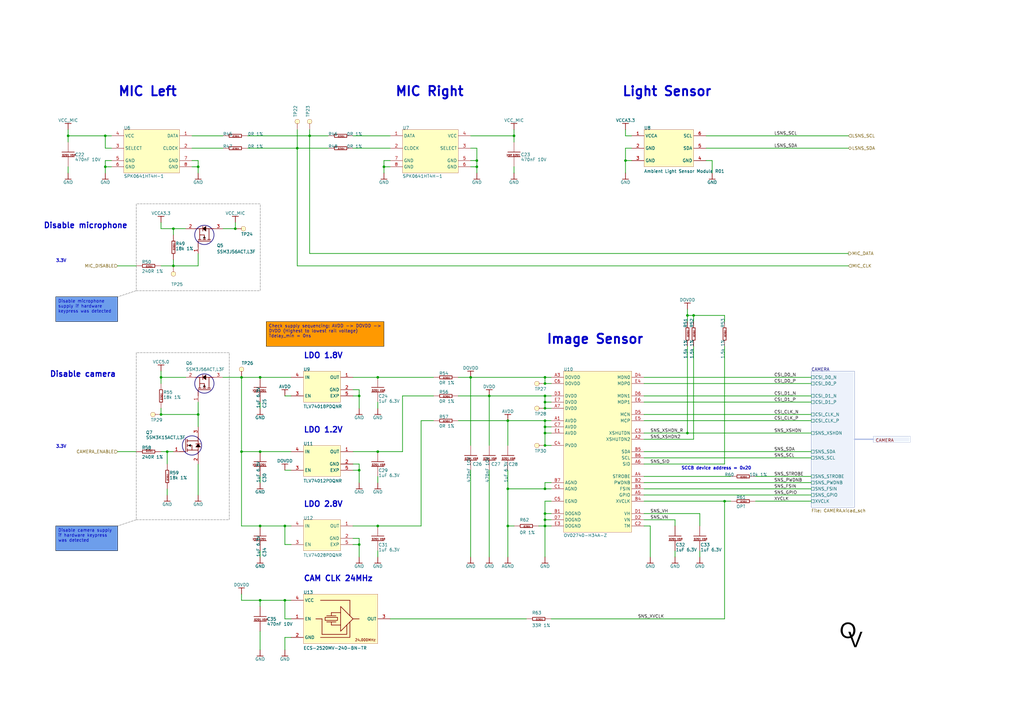
<source format=kicad_sch>
(kicad_sch (version 20231120) (generator "eeschema") (generator_version "8.0")
  (paper "A3")
  (title_block (title "02 Sensors") (date "2024-03-14") (rev "R02") (company "OV Tech GmbH"))
  (junction (at 284.48 129.3622))
  (junction (at 116.84 215.7222))
  (junction (at 223.52 182.7022))
  (junction (at 223.52 177.6222))
  (junction (at 223.52 215.7222))
  (junction (at 106.68 154.7622))
  (junction (at 106.68 215.7222))
  (junction (at 297.18 205.5622))
  (junction (at 27.94 55.7022))
  (junction (at 99.06 154.7622))
  (junction (at 157.48 68.4022))
  (junction (at 43.18 68.4022))
  (junction (at 96.52 93.8022))
  (junction (at 223.52 172.5422))
  (junction (at 193.04 154.7622))
  (junction (at 81.28 170.0022))
  (junction (at 208.28 215.7222))
  (junction (at 66.04 154.7622))
  (junction (at 208.28 172.5422))
  (junction (at 66.04 170.0022))
  (junction (at 223.52 200.4822))
  (junction (at 43.18 55.7022))
  (junction (at 154.94 185.2422))
  (junction (at 223.52 157.3022))
  (junction (at 281.94 129.3622))
  (junction (at 106.68 246.2022))
  (junction (at 99.06 185.2422))
  (junction (at 71.12 93.8022))
  (junction (at 223.52 210.6422))
  (junction (at 116.84 246.2022))
  (junction (at 223.52 213.1822))
  (junction (at 195.58 65.8622))
  (junction (at 200.66 162.3822))
  (junction (at 223.52 154.7622))
  (junction (at 281.94 177.6222))
  (junction (at 127 55.7022))
  (junction (at 121.92 60.7822))
  (junction (at 208.28 200.4822))
  (junction (at 195.58 68.4022))
  (junction (at 223.52 167.4622))
  (junction (at 71.12 109.0422))
  (junction (at 147.32 162.3822))
  (junction (at 223.52 175.0822))
  (junction (at 147.32 223.3422))
  (junction (at 223.52 164.9222))
  (junction (at 154.94 215.7222))
  (junction (at 147.32 192.8622))
  (junction (at 106.68 185.2422))
  (junction (at 81.28 68.4022))
  (junction (at 210.82 55.7022))
  (junction (at 256.54 65.8622))
  (junction (at 223.52 162.3822))
  (junction (at 68.58 185.2422))
  (junction (at 154.94 154.7622))
  (wire (pts (xy 81.28 170.0022) (xy 66.04 170.0022)) (stroke (width 0.254)))
  (wire (pts (xy 106.68 185.2422) (xy 99.06 185.2422)) (stroke (width 0.254)))
  (wire (pts (xy 144.78 159.8422) (xy 147.32 159.8422)) (stroke (width 0.254)))
  (wire (pts (xy 106.68 248.7422) (xy 106.68 246.2022)) (stroke (width 0.254)))
  (wire (pts (xy 154.94 167.4622) (xy 154.94 164.9222)) (stroke (width 0.254)))
  (wire (pts (xy 27.94 55.7022) (xy 43.18 55.7022)) (stroke (width 0.254)))
  (wire (pts (xy 281.94 129.3622) (xy 284.48 129.3622)) (stroke (width 0.254)))
  (wire (pts (xy 48.26 185.2422) (xy 55.88 185.2422)) (stroke (width 0.254)))
  (wire (pts (xy 226.06 182.7022) (xy 223.52 182.7022)) (stroke (width 0.254)))
  (polyline (pts (xy 55.88 83.6422) (xy 55.88 119.2022)) (stroke (width 0.0254) (type dash) (color 0 0 0 1)))
  (wire (pts (xy 147.32 190.3222) (xy 147.32 192.8622)) (stroke (width 0.254)))
  (wire (pts (xy 226.06 157.3022) (xy 223.52 157.3022)) (stroke (width 0.254)))
  (wire (pts (xy 101.6 60.7822) (xy 121.92 60.7822)) (stroke (width 0.254)))
  (wire (pts (xy 297.18 129.3622) (xy 297.18 131.9022)) (stroke (width 0.254)))
  (wire (pts (xy 256.54 65.8622) (xy 259.08 65.8622)) (stroke (width 0.254)))
  (wire (pts (xy 193.04 68.4022) (xy 195.58 68.4022)) (stroke (width 0.254)))
  (wire (pts (xy 223.52 154.7622) (xy 193.04 154.7622)) (stroke (width 0.254)))
  (wire (pts (xy 144.78 220.8022) (xy 147.32 220.8022)) (stroke (width 0.254)))
  (wire (pts (xy 127 55.7022) (xy 127 103.9622)) (stroke (width 0.254)))
  (wire (pts (xy 223.52 167.4622) (xy 223.52 164.9222)) (stroke (width 0.254)))
  (wire (pts (xy 187.96 162.3822) (xy 200.66 162.3822)) (stroke (width 0.254)))
  (wire (pts (xy 309.88 205.5622) (xy 332.74 205.5622)) (stroke (width 0.254)))
  (wire (pts (xy 66.04 170.0022) (xy 66.04 167.4622)) (stroke (width 0.254)))
  (wire (pts (xy 116.84 253.8222) (xy 116.84 246.2022)) (stroke (width 0.254)))
  (wire (pts (xy 99.06 215.7222) (xy 99.06 185.2422)) (stroke (width 0.254)))
  (wire (pts (xy 144.78 154.7622) (xy 154.94 154.7622)) (stroke (width 0.254)))
  (wire (pts (xy 27.94 58.2422) (xy 27.94 55.7022)) (stroke (width 0.254)))
  (wire (pts (xy 127 53.1622) (xy 127 55.7022)) (stroke (width 0.254)))
  (wire (pts (xy 264.16 157.3022) (xy 332.74 157.3022)) (stroke (width 0.254)))
  (wire (pts (xy 172.72 215.7222) (xy 172.72 172.5422)) (stroke (width 0.254)))
  (wire (pts (xy 264.16 162.3822) (xy 332.74 162.3822)) (stroke (width 0.254)))
  (wire (pts (xy 284.48 131.9022) (xy 284.48 129.3622)) (stroke (width 0.254)))
  (wire (pts (xy 223.52 172.5422) (xy 226.06 172.5422)) (stroke (width 0.254)))
  (wire (pts (xy 43.18 55.7022) (xy 45.72 55.7022)) (stroke (width 0.254)))
  (wire (pts (xy 208.28 192.8622) (xy 208.28 200.4822)) (stroke (width 0.254)))
  (wire (pts (xy 223.52 205.5622) (xy 226.06 205.5622)) (stroke (width 0.254)))
  (wire (pts (xy 99.06 185.2422) (xy 99.06 154.7622)) (stroke (width 0.254)))
  (wire (pts (xy 264.16 187.7822) (xy 332.74 187.7822)) (stroke (width 0.254)))
  (wire (pts (xy 106.68 258.9022) (xy 106.68 266.5222)) (stroke (width 0.254)))
  (wire (pts (xy 43.18 60.7822) (xy 43.18 55.7022)) (stroke (width 0.254)))
  (wire (pts (xy 281.94 131.9022) (xy 281.94 129.3622)) (stroke (width 0.254)))
  (wire (pts (xy 264.16 180.1622) (xy 284.48 180.1622)) (stroke (width 0.254)))
  (wire (pts (xy 154.94 154.7622) (xy 177.8 154.7622)) (stroke (width 0.254)))
  (wire (pts (xy 27.94 55.7022) (xy 27.94 53.1622)) (stroke (width 0.254)))
  (wire (pts (xy 116.84 246.2022) (xy 106.68 246.2022)) (stroke (width 0.254)))
  (wire (pts (xy 266.7 215.7222) (xy 264.16 215.7222)) (stroke (width 0.254)))
  (polyline (pts (xy 93.98 144.6022) (xy 55.88 144.6022)) (stroke (width 0.0254) (type dash) (color 0 0 0 1)))
  (wire (pts (xy 144.78 162.3822) (xy 147.32 162.3822)) (stroke (width 0.254)))
  (wire (pts (xy 127 55.7022) (xy 134.62 55.7022)) (stroke (width 0.254)))
  (wire (pts (xy 66.04 185.2422) (xy 68.58 185.2422)) (stroke (width 0.254)))
  (polyline (pts (xy 350.52 180.1622) (xy 358.14 180.1622)) (stroke (width 0.508) (type solid) (color 173 188 231 1)))
  (wire (pts (xy 256.54 70.9422) (xy 256.54 65.8622)) (stroke (width 0.254)))
  (wire (pts (xy 106.68 197.9422) (xy 106.68 195.4022)) (stroke (width 0.254)))
  (wire (pts (xy 200.66 192.8622) (xy 200.66 228.4222)) (stroke (width 0.254)))
  (wire (pts (xy 281.94 177.6222) (xy 332.74 177.6222)) (stroke (width 0.254)))
  (wire (pts (xy 144.78 60.7822) (xy 160.02 60.7822)) (stroke (width 0.254)))
  (wire (pts (xy 160.02 253.8222) (xy 215.9 253.8222)) (stroke (width 0.254)))
  (wire (pts (xy 165.1 185.2422) (xy 165.1 162.3822)) (stroke (width 0.254)))
  (wire (pts (xy 147.32 162.3822) (xy 147.32 167.4622)) (stroke (width 0.254)))
  (wire (pts (xy 297.18 253.8222) (xy 297.18 205.5622)) (stroke (width 0.254)))
  (wire (pts (xy 172.72 172.5422) (xy 177.8 172.5422)) (stroke (width 0.254)))
  (wire (pts (xy 119.38 261.4422) (xy 116.84 261.4422)) (stroke (width 0.254)))
  (wire (pts (xy 297.18 190.3222) (xy 297.18 142.0622)) (stroke (width 0.254)))
  (wire (pts (xy 223.52 175.0822) (xy 223.52 172.5422)) (stroke (width 0.254)))
  (wire (pts (xy 144.78 185.2422) (xy 154.94 185.2422)) (stroke (width 0.254)))
  (wire (pts (xy 208.28 172.5422) (xy 223.52 172.5422)) (stroke (width 0.254)))
  (wire (pts (xy 223.52 215.7222) (xy 223.52 228.4222)) (stroke (width 0.254)))
  (wire (pts (xy 71.12 93.8022) (xy 66.04 93.8022)) (stroke (width 0.254)))
  (wire (pts (xy 106.68 215.7222) (xy 99.06 215.7222)) (stroke (width 0.254)))
  (wire (pts (xy 119.38 246.2022) (xy 116.84 246.2022)) (stroke (width 0.254)))
  (wire (pts (xy 116.84 223.3422) (xy 116.84 215.7222)) (stroke (width 0.254)))
  (wire (pts (xy 193.04 154.7622) (xy 193.04 182.7022)) (stroke (width 0.254)))
  (wire (pts (xy 195.58 65.8622) (xy 195.58 68.4022)) (stroke (width 0.254)))
  (wire (pts (xy 289.56 65.8622) (xy 292.1 65.8622)) (stroke (width 0.254)))
  (wire (pts (xy 68.58 190.3222) (xy 68.58 185.2422)) (stroke (width 0.254)))
  (wire (pts (xy 66.04 157.3022) (xy 66.04 154.7622)) (stroke (width 0.254)))
  (wire (pts (xy 276.86 213.1822) (xy 276.86 215.7222)) (stroke (width 0.254)))
  (wire (pts (xy 226.06 164.9222) (xy 223.52 164.9222)) (stroke (width 0.254)))
  (wire (pts (xy 147.32 192.8622) (xy 147.32 197.9422)) (stroke (width 0.254)))
  (wire (pts (xy 264.16 197.9422) (xy 332.74 197.9422)) (stroke (width 0.254)))
  (wire (pts (xy 144.78 55.7022) (xy 160.02 55.7022)) (stroke (width 0.254)))
  (wire (pts (xy 309.88 195.4022) (xy 332.74 195.4022)) (stroke (width 0.254)))
  (wire (pts (xy 144.78 215.7222) (xy 154.94 215.7222)) (stroke (width 0.254)))
  (wire (pts (xy 116.84 162.3822) (xy 119.38 162.3822)) (stroke (width 0.254)))
  (wire (pts (xy 71.12 96.3422) (xy 71.12 93.8022)) (stroke (width 0.254)))
  (wire (pts (xy 223.52 200.4822) (xy 226.06 200.4822)) (stroke (width 0.254)))
  (wire (pts (xy 223.52 215.7222) (xy 226.06 215.7222)) (stroke (width 0.254)))
  (wire (pts (xy 210.82 58.2422) (xy 210.82 55.7022)) (stroke (width 0.254)))
  (wire (pts (xy 193.04 192.8622) (xy 193.04 228.4222)) (stroke (width 0.254)))
  (wire (pts (xy 71.12 93.8022) (xy 76.2 93.8022)) (stroke (width 0.254)))
  (wire (pts (xy 121.92 60.7822) (xy 134.62 60.7822)) (stroke (width 0.254)))
  (wire (pts (xy 200.66 182.7022) (xy 200.66 162.3822)) (stroke (width 0.254)))
  (wire (pts (xy 284.48 129.3622) (xy 297.18 129.3622)) (stroke (width 0.254)))
  (wire (pts (xy 264.16 164.9222) (xy 332.74 164.9222)) (stroke (width 0.254)))
  (wire (pts (xy 256.54 55.7022) (xy 256.54 53.1622)) (stroke (width 0.254)))
  (polyline (pts (xy 55.88 144.6022) (xy 55.88 213.1822)) (stroke (width 0.0254) (type dash) (color 0 0 0 1)))
  (wire (pts (xy 223.52 162.3822) (xy 226.06 162.3822)) (stroke (width 0.254)))
  (polyline (pts (xy 106.68 83.6422) (xy 55.88 83.6422)) (stroke (width 0.0254) (type dash) (color 0 0 0 1)))
  (wire (pts (xy 208.28 215.7222) (xy 210.82 215.7222)) (stroke (width 0.254)))
  (wire (pts (xy 223.52 210.6422) (xy 223.52 205.5622)) (stroke (width 0.254)))
  (wire (pts (xy 116.84 192.8622) (xy 119.38 192.8622)) (stroke (width 0.254)))
  (wire (pts (xy 195.58 68.4022) (xy 195.58 70.9422)) (stroke (width 0.254)))
  (wire (pts (xy 66.04 109.0422) (xy 71.12 109.0422)) (stroke (width 0.254)))
  (wire (pts (xy 45.72 68.4022) (xy 43.18 68.4022)) (stroke (width 0.254)))
  (wire (pts (xy 187.96 172.5422) (xy 208.28 172.5422)) (stroke (width 0.254)))
  (wire (pts (xy 208.28 228.4222) (xy 208.28 215.7222)) (stroke (width 0.254)))
  (wire (pts (xy 223.52 213.1822) (xy 223.52 215.7222)) (stroke (width 0.254)))
  (wire (pts (xy 154.94 185.2422) (xy 165.1 185.2422)) (stroke (width 0.254)))
  (wire (pts (xy 223.52 182.7022) (xy 223.52 177.6222)) (stroke (width 0.254)))
  (wire (pts (xy 106.68 246.2022) (xy 99.06 246.2022)) (stroke (width 0.254)))
  (wire (pts (xy 259.08 55.7022) (xy 256.54 55.7022)) (stroke (width 0.254)))
  (wire (pts (xy 223.52 210.6422) (xy 223.52 213.1822)) (stroke (width 0.254)))
  (wire (pts (xy 264.16 172.5422) (xy 332.74 172.5422)) (stroke (width 0.254)))
  (wire (pts (xy 208.28 215.7222) (xy 208.28 200.4822)) (stroke (width 0.254)))
  (wire (pts (xy 81.28 65.8622) (xy 81.28 68.4022)) (stroke (width 0.254)))
  (wire (pts (xy 81.28 164.9222) (xy 81.28 170.0022)) (stroke (width 0.254)))
  (wire (pts (xy 226.06 197.9422) (xy 223.52 197.9422)) (stroke (width 0.254)))
  (wire (pts (xy 66.04 154.7622) (xy 76.2 154.7622)) (stroke (width 0.254)))
  (wire (pts (xy 78.74 65.8622) (xy 81.28 65.8622)) (stroke (width 0.254)))
  (wire (pts (xy 193.04 60.7822) (xy 195.58 60.7822)) (stroke (width 0.254)))
  (wire (pts (xy 81.28 109.0422) (xy 81.28 103.9622)) (stroke (width 0.254)))
  (wire (pts (xy 264.16 177.6222) (xy 281.94 177.6222)) (stroke (width 0.254)))
  (wire (pts (xy 264.16 185.2422) (xy 332.74 185.2422)) (stroke (width 0.254)))
  (wire (pts (xy 99.06 154.7622) (xy 106.68 154.7622)) (stroke (width 0.254)))
  (wire (pts (xy 78.74 55.7022) (xy 91.44 55.7022)) (stroke (width 0.254)))
  (wire (pts (xy 264.16 200.4822) (xy 332.74 200.4822)) (stroke (width 0.254)))
  (wire (pts (xy 289.56 60.7822) (xy 347.98 60.7822)) (stroke (width 0.254)))
  (wire (pts (xy 226.06 167.4622) (xy 223.52 167.4622)) (stroke (width 0.254)))
  (wire (pts (xy 226.06 213.1822) (xy 223.52 213.1822)) (stroke (width 0.254)))
  (wire (pts (xy 147.32 223.3422) (xy 147.32 228.4222)) (stroke (width 0.254)))
  (wire (pts (xy 144.78 192.8622) (xy 147.32 192.8622)) (stroke (width 0.254)))
  (wire (pts (xy 200.66 162.3822) (xy 223.52 162.3822)) (stroke (width 0.254)))
  (wire (pts (xy 281.94 129.3622) (xy 281.94 126.8222)) (stroke (width 0.254)))
  (wire (pts (xy 208.28 182.7022) (xy 208.28 172.5422)) (stroke (width 0.254)))
  (wire (pts (xy 154.94 197.9422) (xy 154.94 195.4022)) (stroke (width 0.254)))
  (wire (pts (xy 226.06 253.8222) (xy 297.18 253.8222)) (stroke (width 0.254)))
  (wire (pts (xy 101.6 55.7022) (xy 127 55.7022)) (stroke (width 0.254)))
  (wire (pts (xy 81.28 68.4022) (xy 81.28 70.9422)) (stroke (width 0.254)))
  (polyline (pts (xy 55.88 119.2022) (xy 106.68 119.2022)) (stroke (width 0.0254) (type dash) (color 0 0 0 1)))
  (wire (pts (xy 297.18 205.5622) (xy 264.16 205.5622)) (stroke (width 0.254)))
  (polyline (pts (xy 93.98 213.1822) (xy 93.98 144.6022)) (stroke (width 0.0254) (type dash) (color 0 0 0 1)))
  (wire (pts (xy 116.84 261.4422) (xy 116.84 266.5222)) (stroke (width 0.254)))
  (wire (pts (xy 226.06 175.0822) (xy 223.52 175.0822)) (stroke (width 0.254)))
  (wire (pts (xy 226.06 210.6422) (xy 223.52 210.6422)) (stroke (width 0.254)))
  (wire (pts (xy 144.78 190.3222) (xy 147.32 190.3222)) (stroke (width 0.254)))
  (wire (pts (xy 289.56 55.7022) (xy 347.98 55.7022)) (stroke (width 0.254)))
  (wire (pts (xy 121.92 53.1622) (xy 121.92 60.7822)) (stroke (width 0.254)))
  (polyline (pts (xy 55.88 213.1822) (xy 48.26 215.7222)) (stroke (width 0.0254) (type dash) (color 0 0 0 1)))
  (wire (pts (xy 119.38 253.8222) (xy 116.84 253.8222)) (stroke (width 0.254)))
  (wire (pts (xy 66.04 93.8022) (xy 66.04 91.2622)) (stroke (width 0.254)))
  (wire (pts (xy 187.96 154.7622) (xy 193.04 154.7622)) (stroke (width 0.254)))
  (wire (pts (xy 165.1 162.3822) (xy 177.8 162.3822)) (stroke (width 0.254)))
  (wire (pts (xy 292.1 65.8622) (xy 292.1 70.9422)) (stroke (width 0.254)))
  (wire (pts (xy 287.02 225.8822) (xy 287.02 228.4222)) (stroke (width 0.254)))
  (wire (pts (xy 264.16 190.3222) (xy 297.18 190.3222)) (stroke (width 0.254)))
  (wire (pts (xy 106.68 154.7622) (xy 119.38 154.7622)) (stroke (width 0.254)))
  (wire (pts (xy 91.44 154.7622) (xy 99.06 154.7622)) (stroke (width 0.254)))
  (wire (pts (xy 160.02 68.4022) (xy 157.48 68.4022)) (stroke (width 0.254)))
  (wire (pts (xy 106.68 167.4622) (xy 106.68 164.9222)) (stroke (width 0.254)))
  (wire (pts (xy 210.82 55.7022) (xy 193.04 55.7022)) (stroke (width 0.254)))
  (wire (pts (xy 71.12 109.0422) (xy 71.12 106.5022)) (stroke (width 0.254)))
  (wire (pts (xy 193.04 65.8622) (xy 195.58 65.8622)) (stroke (width 0.254)))
  (wire (pts (xy 256.54 60.7822) (xy 256.54 65.8622)) (stroke (width 0.254)))
  (wire (pts (xy 147.32 220.8022) (xy 147.32 223.3422)) (stroke (width 0.254)))
  (wire (pts (xy 116.84 215.7222) (xy 106.68 215.7222)) (stroke (width 0.254)))
  (wire (pts (xy 264.16 154.7622) (xy 332.74 154.7622)) (stroke (width 0.254)))
  (wire (pts (xy 226.06 177.6222) (xy 223.52 177.6222)) (stroke (width 0.254)))
  (wire (pts (xy 78.74 68.4022) (xy 81.28 68.4022)) (stroke (width 0.254)))
  (wire (pts (xy 284.48 180.1622) (xy 284.48 142.0622)) (stroke (width 0.254)))
  (wire (pts (xy 68.58 185.2422) (xy 71.12 185.2422)) (stroke (width 0.254)))
  (wire (pts (xy 223.52 154.7622) (xy 226.06 154.7622)) (stroke (width 0.254)))
  (wire (pts (xy 119.38 223.3422) (xy 116.84 223.3422)) (stroke (width 0.254)))
  (wire (pts (xy 264.16 210.6422) (xy 287.02 210.6422)) (stroke (width 0.254)))
  (wire (pts (xy 264.16 170.0022) (xy 332.74 170.0022)) (stroke (width 0.254)))
  (wire (pts (xy 208.28 200.4822) (xy 223.52 200.4822)) (stroke (width 0.254)))
  (wire (pts (xy 91.44 93.8022) (xy 96.52 93.8022)) (stroke (width 0.254)))
  (wire (pts (xy 81.28 170.0022) (xy 81.28 175.0822)) (stroke (width 0.254)))
  (wire (pts (xy 81.28 190.3222) (xy 81.28 203.0222)) (stroke (width 0.254)))
  (wire (pts (xy 119.38 185.2422) (xy 106.68 185.2422)) (stroke (width 0.254)))
  (wire (pts (xy 106.68 228.4222) (xy 106.68 225.8822)) (stroke (width 0.254)))
  (wire (pts (xy 66.04 152.2222) (xy 66.04 154.7622)) (stroke (width 0.254)))
  (wire (pts (xy 210.82 68.4022) (xy 210.82 70.9422)) (stroke (width 0.254)))
  (wire (pts (xy 78.74 60.7822) (xy 91.44 60.7822)) (stroke (width 0.254)))
  (wire (pts (xy 281.94 142.0622) (xy 281.94 177.6222)) (stroke (width 0.254)))
  (wire (pts (xy 99.06 246.2022) (xy 99.06 243.6622)) (stroke (width 0.254)))
  (polyline (pts (xy 55.88 213.1822) (xy 93.98 213.1822)) (stroke (width 0.0254) (type dash) (color 0 0 0 1)))
  (wire (pts (xy 119.38 215.7222) (xy 116.84 215.7222)) (stroke (width 0.254)))
  (polyline (pts (xy 55.88 119.2022) (xy 48.26 121.7422)) (stroke (width 0.0254) (type dash) (color 0 0 0 1)))
  (wire (pts (xy 45.72 60.7822) (xy 43.18 60.7822)) (stroke (width 0.254)))
  (wire (pts (xy 45.72 65.8622) (xy 43.18 65.8622)) (stroke (width 0.254)))
  (wire (pts (xy 276.86 225.8822) (xy 276.86 228.4222)) (stroke (width 0.254)))
  (wire (pts (xy 43.18 68.4022) (xy 43.18 70.9422)) (stroke (width 0.254)))
  (wire (pts (xy 264.16 195.4022) (xy 299.72 195.4022)) (stroke (width 0.254)))
  (polyline (pts (xy 106.68 119.2022) (xy 106.68 83.6422)) (stroke (width 0.0254) (type dash) (color 0 0 0 1)))
  (wire (pts (xy 48.26 109.0422) (xy 55.88 109.0422)) (stroke (width 0.254)))
  (wire (pts (xy 121.92 60.7822) (xy 121.92 109.0422)) (stroke (width 0.254)))
  (wire (pts (xy 144.78 223.3422) (xy 147.32 223.3422)) (stroke (width 0.254)))
  (wire (pts (xy 266.7 228.4222) (xy 266.7 215.7222)) (stroke (width 0.254)))
  (wire (pts (xy 147.32 159.8422) (xy 147.32 162.3822)) (stroke (width 0.254)))
  (wire (pts (xy 127 103.9622) (xy 347.98 103.9622)) (stroke (width 0.254)))
  (wire (pts (xy 259.08 60.7822) (xy 256.54 60.7822)) (stroke (width 0.254)))
  (wire (pts (xy 71.12 109.0422) (xy 81.28 109.0422)) (stroke (width 0.254)))
  (wire (pts (xy 43.18 65.8622) (xy 43.18 68.4022)) (stroke (width 0.254)))
  (wire (pts (xy 154.94 228.4222) (xy 154.94 225.8822)) (stroke (width 0.254)))
  (wire (pts (xy 297.18 205.5622) (xy 299.72 205.5622)) (stroke (width 0.254)))
  (wire (pts (xy 121.92 109.0422) (xy 347.98 109.0422)) (stroke (width 0.254)))
  (wire (pts (xy 264.16 213.1822) (xy 276.86 213.1822)) (stroke (width 0.254)))
  (wire (pts (xy 27.94 68.4022) (xy 27.94 70.9422)) (stroke (width 0.254)))
  (wire (pts (xy 157.48 65.8622) (xy 157.48 68.4022)) (stroke (width 0.254)))
  (wire (pts (xy 223.52 157.3022) (xy 223.52 154.7622)) (stroke (width 0.254)))
  (wire (pts (xy 154.94 215.7222) (xy 172.72 215.7222)) (stroke (width 0.254)))
  (wire (pts (xy 195.58 60.7822) (xy 195.58 65.8622)) (stroke (width 0.254)))
  (wire (pts (xy 223.52 164.9222) (xy 223.52 162.3822)) (stroke (width 0.254)))
  (wire (pts (xy 68.58 200.4822) (xy 68.58 203.0222)) (stroke (width 0.254)))
  (wire (pts (xy 160.02 65.8622) (xy 157.48 65.8622)) (stroke (width 0.254)))
  (wire (pts (xy 223.52 197.9422) (xy 223.52 200.4822)) (stroke (width 0.254)))
  (wire (pts (xy 96.52 93.8022) (xy 96.52 91.2622)) (stroke (width 0.254)))
  (wire (pts (xy 210.82 55.7022) (xy 210.82 53.1622)) (stroke (width 0.254)))
  (wire (pts (xy 223.52 177.6222) (xy 223.52 175.0822)) (stroke (width 0.254)))
  (wire (pts (xy 264.16 203.0222) (xy 332.74 203.0222)) (stroke (width 0.254)))
  (wire (pts (xy 220.98 215.7222) (xy 223.52 215.7222)) (stroke (width 0.254)))
  (wire (pts (xy 157.48 68.4022) (xy 157.48 70.9422)) (stroke (width 0.254)))
  (wire (pts (xy 287.02 210.6422) (xy 287.02 215.7222)) (stroke (width 0.254)))
  (image (at 349.25 260.35) (scale 0.0525751))
  (text_box "Disable microphone supply if hardware keypress was detected" (at 48.26 121.7422 0) (size -25.4 10.16) (stroke (width 0) (color 0 0 0 1)) (fill (type color) (color 109 158 235 1)) (effects (font (size 1.27 1.27)) (justify left top)))
  (text_box "CAMERA" (at 358.14 178.8922 0) (size 15.24 2.54) (stroke (width 0.0002) (color 143 158 201 1)) (fill (type color) (color 237 242 251 1)) (effects (font (size 1.27 1.27)) (justify left top)))
  (text_box "Disable camera supply if hardware keypress was detected" (at 48.26 215.7222 0) (size -25.4 10.16) (stroke (width 0) (color 0 0 0 1)) (fill (type color) (color 109 158 235 1)) (effects (font (size 1.27 1.27)) (justify left top)))
  (text_box "Check supply sequencing: AVDD -> DOVDD -> DVDD (Highest to lowest rail voltage)\nTdelay_min = 0ns" (at 157.48 131.9022 0) (size -48.26 10.16) (stroke (width 0) (color 0 0 0 1)) (fill (type color) (color 255 153 0 1)) (effects (font (size 1.27 1.27)) (justify left top)))
  (text "Light Sensor" (at 292.1 35.3822 0) (effects (font (size 3.81 3.81) (bold yes)) (justify right top)))
  (text "LDO 2.8V" (at 124.46 205.5622 0) (effects (font (size 2.286 2.286) (bold yes)) (justify left top)))
  (text "MIC Right" (at 190.5 35.3822 0) (effects (font (size 3.81 3.81) (bold yes)) (justify right top)))
  (text "LDO 1.8V" (at 124.46 144.6022 0) (effects (font (size 2.286 2.286) (bold yes)) (justify left top)))
  (text "Image Sensor" (at 264.16 136.9822 0) (effects (font (size 3.81 3.81) (bold yes)) (justify right top)))
  (text "CAM CLK 24MHz" (at 124.46 236.0422 0) (effects (font (size 2.286 2.286) (bold yes)) (justify left top)))
  (text "Disable microphone" (at 17.78 91.2622 0) (effects (font (size 2.286 2.286) (bold yes)) (justify left top)))
  (text "Disable camera" (at 20.32 152.2222 0) (effects (font (size 2.286 2.286) (bold yes)) (justify left top)))
  (text "SCCB device address = 0x20" (at 279.4 192.8622 0) (effects (font (size 1.27 1.27) (bold yes)) (justify left bottom)))
  (text "MIC Left" (at 48.26 35.3822 0) (effects (font (size 3.81 3.81) (bold yes)) (justify left top)))
  (text "3.3V" (at 22.86 183.9722 0) (effects (font (size 1.27 1.27) (bold yes)) (justify left bottom)))
  (text "3.3V" (at 22.86 107.7722 0) (effects (font (size 1.27 1.27) (bold yes)) (justify left bottom)))
  (text "LDO 1.2V" (at 124.46 175.0822 0) (effects (font (size 2.286 2.286) (bold yes)) (justify left top)))
  (label "CSI_D1_P" (at 317.5 164.9222 0))
  (label "SNS_VH" (at 266.7 210.6422 0))
  (label "CSI_D1_N" (at 317.5 162.3822 0))
  (label "LSNS_SDA" (at 317.5 60.7822 0))
  (label "SNS_STROBE" (at 317.5 195.4022 0))
  (label "SNS_SID" (at 266.7 190.3222 0))
  (label "SNS_GPIO" (at 317.5 203.0222 0))
  (label "SNS_SCL" (at 317.5 187.7822 0))
  (label "SNS_XVCLK" (at 261.62 253.8222 0))
  (label "LSNS_SCL" (at 317.5 55.7022 0))
  (label "SNS_XSHDN_R" (at 266.7 177.6222 0))
  (label "SNS_FSIN" (at 317.5 200.4822 0))
  (label "CSI_D0_P" (at 317.5 157.3022 0))
  (label "SNS_SDA" (at 317.5 185.2422 0))
  (label "XVCLK" (at 317.5 205.5622 0))
  (label "SNS_XSHDN2" (at 266.7 180.1622 0))
  (label "SNS_XSHDN" (at 317.5 177.6222 0))
  (label "SNS_PWDNB" (at 317.5 197.9422 0))
  (label "CSI_D0_N" (at 317.5 154.7622 0))
  (label "SNS_VN" (at 266.7 213.1822 0))
  (label "CSI_CLK_P" (at 317.5 172.5422 0))
  (label "CSI_CLK_N" (at 317.5 170.0022 0))
  (hierarchical_label "LSNS_SCL" (shape input) (at 347.98 55.7022 0))
  (hierarchical_label "MIC_CLK" (shape input) (at 347.98 109.0422 0))
  (hierarchical_label "LSNS_SDA" (shape bidirectional) (at 347.98 60.7822 0))
  (hierarchical_label "CAMERA_ENABLE" (shape input) (at 48.26 185.2422 180))
  (hierarchical_label "MIC_DATA" (shape output) (at 347.98 103.9622 0))
  (hierarchical_label "MIC_DISABLE" (shape input) (at 48.26 109.0422 180))
  (symbol (lib_id "WCAM-TK-PCB-R02_Raw-altium-import:U_02 Sensors_1_RES_0201_1.5k_1%") (at 284.48 142.0622 0) (unit 1)
    (property "Reference" "R52" (at 284.48 134.4422 90) (effects (justify left bottom)))
    (property "Value" "1.5k 1%" (at 284.48 147.1422 90) (effects (justify left bottom)))
    (property "Footprint" "QV_Res.pcblib:RESC0603X03L" (effects (hide yes)))
    (property "MANUFACTURER 1" "Yageo" (effects (hide yes)))
    (property "MANUFACTURER 1 PRT. NR." "RC0201FR-071K5L" (effects (hide yes)))
    (property "MANUFACTURER 2" "Vishay / Dale" (effects (hide yes)))
    (property "MANUFACTURER 2 PRT. NR." "CRCW02011K50FNED" (effects (hide yes)))
  )
  (symbol (lib_id "WCAM-TK-PCB-R02_Raw-altium-import:GND_BAR") (at 68.58 203.0222 0) (unit 1)
    (property "Reference" "#PWR?" (effects (hide yes)))
    (property "Value" "GND" (at 68.58 206.8322 0))
  )
  (symbol (lib_id "WCAM-TK-PCB-R02_Raw-altium-import:GND_BAR") (at 292.1 70.9422 0) (unit 1)
    (property "Reference" "#PWR?" (effects (hide yes)))
    (property "Value" "GND" (at 292.1 74.7522 0))
  )
  (symbol (lib_id "WCAM-TK-PCB-R02_Raw-altium-import:U_02 Sensors_0_RES_0201_240R_1%") (at 55.88 109.0422 0) (unit 1)
    (property "Reference" "R50" (at 58.166 108.1532 0) (effects (justify left bottom)))
    (property "Value" "240R 1%" (at 58.166 111.9632 0) (effects (justify left bottom)))
    (property "Footprint" "QV_Res.pcblib:RESC0603X03L" (effects (hide yes)))
    (property "MANUFACTURER 1" "Yageo" (effects (hide yes)))
    (property "MANUFACTURER 1 PRT. NR." "RC0201FR-07240RL" (effects (hide yes)))
    (property "MANUFACTURER 2" "Vishay / Dale" (effects (hide yes)))
    (property "MANUFACTURER 2 PRT. NR." "CRCW0201240RFNED" (effects (hide yes)))
  )
  (symbol (lib_id "WCAM-TK-PCB-R02_Raw-altium-import:U_02 Sensors_0_RES_0201_0R_1%") (at 134.62 60.7822 0) (unit 1)
    (property "Reference" "R48" (at 134.62 60.7822 0) (effects (justify left bottom)))
    (property "Value" "0R 1%" (at 142.24 60.7822 0) (effects (justify left bottom)))
    (property "Footprint" "QV_Res.pcblib:RESC0603X03L" (effects (hide yes)))
    (property "MANUFACTURER 1" "Yageo" (effects (hide yes)))
    (property "MANUFACTURER 1 PRT. NR." "RC0201FR-070RL" (effects (hide yes)))
    (property "MANUFACTURER 2" "Vishay / Dale" (effects (hide yes)))
    (property "MANUFACTURER 2 PRT. NR." "CRCW02010000Z0ED" (effects (hide yes)))
  )
  (symbol (lib_id "WCAM-TK-PCB-R02_Raw-altium-import:VCC_MIC_BAR") (at 210.82 53.1622 180) (unit 1)
    (property "Reference" "#PWR?" (effects (hide yes)))
    (property "Value" "VCC_MIC" (at 210.82 49.3522 0))
  )
  (symbol (lib_id "WCAM-TK-PCB-R02_Raw-altium-import:GND_BAR") (at 106.68 197.9422 0) (unit 1)
    (property "Reference" "#PWR?" (effects (hide yes)))
    (property "Value" "GND" (at 106.68 201.7522 0))
  )
  (symbol (lib_id "WCAM-TK-PCB-R02_Raw-altium-import:U_02 Sensors_2_Testpoint 0.5mm") (at 223.52 182.7022 0) (unit 1)
    (property "Reference" "TP30" (at 219.266 185.6862 0) (effects (justify left bottom)))
    (property "Value" "Testpoint 0.5mm" (effects (hide yes)))
  )
  (symbol (lib_id "WCAM-TK-PCB-R02_Raw-altium-import:U_02 Sensors_0_RES_0201_0R_1%") (at 210.82 215.7222 0) (unit 1)
    (property "Reference" "R62" (at 213.106 213.9442 0) (effects (justify left bottom)))
    (property "Value" "0R 1%" (at 213.106 219.1512 0) (effects (justify left bottom)))
    (property "Footprint" "QV_Res.pcblib:RESC0603X03L" (effects (hide yes)))
    (property "MANUFACTURER 1" "Yageo" (effects (hide yes)))
    (property "MANUFACTURER 1 PRT. NR." "RC0201FR-070RL" (effects (hide yes)))
    (property "MANUFACTURER 2" "Vishay / Dale" (effects (hide yes)))
    (property "MANUFACTURER 2 PRT. NR." "CRCW02010000Z0ED" (effects (hide yes)))
  )
  (symbol (lib_id "WCAM-TK-PCB-R02_Raw-altium-import:U_02 Sensors_0_mirrored_CAP_0201_470nF_10V") (at 210.82 68.4022 0) (unit 1)
    (property "Reference" "C23" (at 213.614 64.1472 0) (effects (justify left bottom)))
    (property "Value" "470nF 10V" (at 213.614 66.1792 0) (effects (justify left bottom)))
    (property "Footprint" "QV_Cap.pcblib:CAPC0603X03L" (effects (hide yes)))
    (property "MANUFACTURER 1" "Taiyo Yuden" (effects (hide yes)))
    (property "MANUFACTURER 1 PRT. NR." "LMK063BBJ474KPLF" (effects (hide yes)))
    (property "MANUFACTURER 2" "TDK" (effects (hide yes)))
    (property "MANUFACTURER 2 PRT. NR." "C0603X5R1A474M030BC" (effects (hide yes)))
  )
  (symbol (lib_id "WCAM-TK-PCB-R02_Raw-altium-import:U_02 Sensors_0_Image Sensor_OV2740") (at 226.06 218.2622 0) (unit 1)
    (property "Reference" "U10" (at 231.14 152.2222 0) (effects (justify left bottom)))
    (property "Value" "OV02740-H34A-Z" (at 231.14 220.2942 0) (effects (justify left bottom)))
    (property "Footprint" "QV_Active.PcbLib:BGA34C53P7X5_386X292X388" (effects (hide yes)))
    (property "MANUFACTURER 1" "OV02740-H34A-Z" (effects (hide yes)))
    (property "MANUFACTURER 1 PRT. NR." "OmniVision" (effects (hide yes)))
  )
  (symbol (lib_id "WCAM-TK-PCB-R02_Raw-altium-import:GND_BAR") (at 276.86 228.4222 0) (unit 1)
    (property "Reference" "#PWR?" (effects (hide yes)))
    (property "Value" "GND" (at 276.86 232.2322 0))
  )
  (symbol (lib_id "WCAM-TK-PCB-R02_Raw-altium-import:GND_BAR") (at 43.18 70.9422 0) (unit 1)
    (property "Reference" "#PWR?" (effects (hide yes)))
    (property "Value" "GND" (at 43.18 74.7522 0))
  )
  (symbol (lib_id "WCAM-TK-PCB-R02_Raw-altium-import:U_02 Sensors_0_CAP_0201_1uF_6.3V") (at 208.28 192.8622 0) (unit 1)
    (property "Reference" "C28" (at 208.534 191.1472 0) (effects (justify left bottom)))
    (property "Value" "1uF 6.3V" (at 208.28 197.9422 90) (effects (justify left bottom)))
    (property "MANUFACTURER 1" "Murata Electronics" (effects (hide yes)))
    (property "MANUFACTURER 1 PRT. NR." "GRM033R60J105MEA2D" (effects (hide yes)))
    (property "MANUFACTURER 2" "Samsung Electro-Mechanics" (effects (hide yes)))
    (property "MANUFACTURER 2 PRT. NR." "CL03A105MQ3CSNC" (effects (hide yes)))
  )
  (symbol (lib_id "WCAM-TK-PCB-R02_Raw-altium-import:VCCA3.3_BAR") (at 66.04 91.2622 180) (unit 1)
    (property "Reference" "#PWR?" (effects (hide yes)))
    (property "Value" "VCCA3.3" (at 66.04 87.4522 0))
  )
  (symbol (lib_id "WCAM-TK-PCB-R02_Raw-altium-import:GND_BAR") (at 154.94 197.9422 0) (unit 1)
    (property "Reference" "#PWR?" (effects (hide yes)))
    (property "Value" "GND" (at 154.94 201.7522 0))
  )
  (symbol (lib_id "WCAM-TK-PCB-R02_Raw-altium-import:U_02 Sensors_1_Testpoint 0.5mm") (at 121.92 53.1622 0) (unit 1)
    (property "Reference" "TP22" (at 121.92 48.0822 90) (effects (justify left bottom)))
    (property "Value" "Testpoint 0.5mm" (effects (hide yes)))
    (property "Footprint" "QV_ElectroMech.PcbLib:TP_0.50mm" (effects (hide yes)))
  )
  (symbol (lib_id "WCAM-TK-PCB-R02_Raw-altium-import:U_02 Sensors_0_mirrored_CAP_0201_1uF_6.3V") (at 106.68 164.9222 0) (unit 1)
    (property "Reference" "C25" (at 109.22 167.4622 90) (effects (justify left bottom)))
    (property "Value" "1uF 6.3V" (at 106.68 167.4622 90) (effects (justify left bottom)))
    (property "Footprint" "QV_Cap.pcblib:CAPC0603X03L" (effects (hide yes)))
    (property "MANUFACTURER 1" "Murata Electronics" (effects (hide yes)))
    (property "MANUFACTURER 1 PRT. NR." "GRM033R60J105MEA2D" (effects (hide yes)))
    (property "MANUFACTURER 2" "Samsung Electro-Mechanics" (effects (hide yes)))
    (property "MANUFACTURER 2 PRT. NR." "CL03A105MQ3CSNC" (effects (hide yes)))
  )
  (symbol (lib_id "WCAM-TK-PCB-R02_Raw-altium-import:U_02 Sensors_1_RES_0201_18k_1%") (at 71.12 106.5022 0) (unit 1)
    (property "Reference" "R49" (at 72.009 100.6602 0) (effects (justify left bottom)))
    (property "Value" "18k 1%" (at 72.009 102.6922 0) (effects (justify left bottom)))
    (property "Footprint" "QV_Res.pcblib:RESC0603X03L" (effects (hide yes)))
    (property "MANUFACTURER 1" "Panasonic" (effects (hide yes)))
    (property "MANUFACTURER 1 PRT. NR." "ERJ-1GNF1802C" (effects (hide yes)))
    (property "MANUFACTURER 2" "KOA Speer" (effects (hide yes)))
    (property "MANUFACTURER 2 PRT. NR." "RK73H1HTTC1802F" (effects (hide yes)))
  )
  (symbol (lib_id "WCAM-TK-PCB-R02_Raw-altium-import:U_02 Sensors_0_LDO 1.2V_TLV74012PDQNR") (at 119.38 195.4022 0) (unit 1)
    (property "Reference" "U11" (at 124.46 182.7022 0) (effects (justify left bottom)))
    (property "Value" "TLV74012PDQNR" (at 124.46 197.9422 0) (effects (justify left bottom)))
    (property "Footprint" "QV_Linear.PcbLib:X2SON-DFN" (effects (hide yes)))
    (property "MANUFACTURER 1" "Texas Instruments" (effects (hide yes)))
    (property "MANUFACTURER 1 PRT. NR." "TLV74012PDQNR" (effects (hide yes)))
  )
  (symbol (lib_id "WCAM-TK-PCB-R02_Raw-altium-import:U_02 Sensors_0_CAP_0201_1uF_6.3V") (at 154.94 195.4022 0) (unit 1)
    (property "Reference" "C29" (at 155.194 193.6872 0) (effects (justify left bottom)))
    (property "Value" "1uF 6.3V" (at 155.194 195.7192 0) (effects (justify left bottom)))
    (property "Footprint" "QV_Cap.pcblib:CAPC0603X03L" (effects (hide yes)))
    (property "MANUFACTURER 1" "Murata Electronics" (effects (hide yes)))
    (property "MANUFACTURER 1 PRT. NR." "GRM033R60J105MEA2D" (effects (hide yes)))
    (property "MANUFACTURER 2" "Samsung Electro-Mechanics" (effects (hide yes)))
    (property "MANUFACTURER 2 PRT. NR." "CL03A105MQ3CSNC" (effects (hide yes)))
  )
  (symbol (lib_id "WCAM-TK-PCB-R02_Raw-altium-import:GND_BAR") (at 106.68 266.5222 0) (unit 1)
    (property "Reference" "#PWR?" (effects (hide yes)))
    (property "Value" "GND" (at 106.68 270.3322 0))
  )
  (symbol (lib_id "WCAM-TK-PCB-R02_Raw-altium-import:U_02 Sensors_0_RES_0201_0R_1%") (at 134.62 55.7022 0) (unit 1)
    (property "Reference" "R46" (at 134.62 55.7022 0) (effects (justify left bottom)))
    (property "Value" "0R 1%" (at 142.24 55.7022 0) (effects (justify left bottom)))
    (property "Footprint" "QV_Res.pcblib:RESC0603X03L" (effects (hide yes)))
    (property "MANUFACTURER 1" "Yageo" (effects (hide yes)))
    (property "MANUFACTURER 1 PRT. NR." "RC0201FR-070RL" (effects (hide yes)))
    (property "MANUFACTURER 2" "Vishay / Dale" (effects (hide yes)))
    (property "MANUFACTURER 2 PRT. NR." "CRCW02010000Z0ED" (effects (hide yes)))
  )
  (symbol (lib_id "WCAM-TK-PCB-R02_Raw-altium-import:GND_BAR") (at 147.32 197.9422 0) (unit 1)
    (property "Reference" "#PWR?" (effects (hide yes)))
    (property "Value" "GND" (at 147.32 201.7522 0))
  )
  (symbol (lib_id "WCAM-TK-PCB-R02_Raw-altium-import:GND_BAR") (at 266.7 228.4222 0) (unit 1)
    (property "Reference" "#PWR?" (effects (hide yes)))
    (property "Value" "GND" (at 266.7 232.2322 0))
  )
  (symbol (lib_id "WCAM-TK-PCB-R02_Raw-altium-import:U_02 Sensors_0_LDO 1.8V_TLV74018PDQNR") (at 119.38 164.9222 0) (unit 1)
    (property "Reference" "U9" (at 124.46 152.2222 0) (effects (justify left bottom)))
    (property "Value" "TLV74018PDQNR" (at 124.46 167.4622 0) (effects (justify left bottom)))
    (property "Footprint" "QV_Linear.PcbLib:X2SON-DFN" (effects (hide yes)))
    (property "MANUFACTURER 1" "Texas Instruments" (effects (hide yes)))
    (property "MANUFACTURER 1 PRT. NR." "TLV74018PDQNR" (effects (hide yes)))
  )
  (symbol (lib_id "WCAM-TK-PCB-R02_Raw-altium-import:GND_BAR") (at 154.94 167.4622 0) (unit 1)
    (property "Reference" "#PWR?" (effects (hide yes)))
    (property "Value" "GND" (at 154.94 171.2722 0))
  )
  (symbol (lib_id "WCAM-TK-PCB-R02_Raw-altium-import:GND_BAR") (at 210.82 70.9422 0) (unit 1)
    (property "Reference" "#PWR?" (effects (hide yes)))
    (property "Value" "GND" (at 210.82 74.7522 0))
  )
  (symbol (lib_id "WCAM-TK-PCB-R02_Raw-altium-import:GND_BAR") (at 256.54 70.9422 0) (unit 1)
    (property "Reference" "#PWR?" (effects (hide yes)))
    (property "Value" "GND" (at 256.54 74.7522 0))
  )
  (symbol (lib_id "WCAM-TK-PCB-R02_Raw-altium-import:U_02 Sensors_1_RES_0201_1.5k_1%") (at 297.18 142.0622 0) (unit 1)
    (property "Reference" "R53" (at 297.18 134.4422 90) (effects (justify left bottom)))
    (property "Value" "1.5k 1%" (at 297.18 147.1422 90) (effects (justify left bottom)))
    (property "Footprint" "QV_Res.pcblib:RESC0603X03L" (effects (hide yes)))
    (property "MANUFACTURER 1" "Yageo" (effects (hide yes)))
    (property "MANUFACTURER 1 PRT. NR." "RC0201FR-071K5L" (effects (hide yes)))
    (property "MANUFACTURER 2" "Vishay / Dale" (effects (hide yes)))
    (property "MANUFACTURER 2 PRT. NR." "CRCW02011K50FNED" (effects (hide yes)))
  )
  (symbol (lib_id "WCAM-TK-PCB-R02_Raw-altium-import:U_02 Sensors_0_RES_0201_0R_1%") (at 91.44 60.7822 0) (unit 1)
    (property "Reference" "R47" (at 91.44 60.7822 0) (effects (justify left bottom)))
    (property "Value" "0R 1%" (at 101.6 60.7822 0) (effects (justify left bottom)))
    (property "Footprint" "QV_Res.pcblib:RESC0603X03L" (effects (hide yes)))
    (property "MANUFACTURER 1" "Yageo" (effects (hide yes)))
    (property "MANUFACTURER 1 PRT. NR." "RC0201FR-070RL" (effects (hide yes)))
    (property "MANUFACTURER 2" "Vishay / Dale" (effects (hide yes)))
    (property "MANUFACTURER 2 PRT. NR." "CRCW02010000Z0ED" (effects (hide yes)))
  )
  (symbol (lib_id "WCAM-TK-PCB-R02_Raw-altium-import:GND_BAR") (at 195.58 70.9422 0) (unit 1)
    (property "Reference" "#PWR?" (effects (hide yes)))
    (property "Value" "GND" (at 195.58 74.7522 0))
  )
  (symbol (lib_id "WCAM-TK-PCB-R02_Raw-altium-import:U_02 Sensors_1_RES_0201_1.5k_1%") (at 281.94 142.0622 0) (unit 1)
    (property "Reference" "R51" (at 281.94 134.4422 90) (effects (justify left bottom)))
    (property "Value" "1.5k 1%" (at 281.94 147.1422 90) (effects (justify left bottom)))
    (property "Footprint" "QV_Res.pcblib:RESC0603X03L" (effects (hide yes)))
    (property "MANUFACTURER 1" "Yageo" (effects (hide yes)))
    (property "MANUFACTURER 1 PRT. NR." "RC0201FR-071K5L" (effects (hide yes)))
    (property "MANUFACTURER 2" "Vishay / Dale" (effects (hide yes)))
    (property "MANUFACTURER 2 PRT. NR." "CRCW02011K50FNED" (effects (hide yes)))
  )
  (symbol (lib_id "WCAM-TK-PCB-R02_Raw-altium-import:VCCA3.3_BAR") (at 256.54 53.1622 180) (unit 1)
    (property "Reference" "#PWR?" (effects (hide yes)))
    (property "Value" "VCCA3.3" (at 256.54 49.3522 0))
  )
  (symbol (lib_id "WCAM-TK-PCB-R02_Raw-altium-import:GND_BAR") (at 116.84 266.5222 0) (unit 1)
    (property "Reference" "#PWR?" (effects (hide yes)))
    (property "Value" "GND" (at 116.84 270.3322 0))
  )
  (symbol (lib_id "WCAM-TK-PCB-R02_Raw-altium-import:DOVDD_BAR") (at 99.06 243.6622 180) (unit 1)
    (property "Reference" "#PWR?" (effects (hide yes)))
    (property "Value" "DOVDD" (at 99.06 239.8522 0))
  )
  (symbol (lib_id "WCAM-TK-PCB-R02_Raw-altium-import:U_02 Sensors_0_Digital Microphone PDM_SPK0641HT4H-1") (at 45.72 70.9422 0) (unit 1)
    (property "Reference" "U6" (at 50.8 53.1622 0) (effects (justify left bottom)))
    (property "Value" "SPK0641HT4H-1" (at 50.8 72.9742 0) (effects (justify left bottom)))
    (property "Footprint" "QV_Active.PcbLib:MIC_SPK0641HT4H-1" (effects (hide yes)))
    (property "MANUFACTURER 1" "Knowles" (effects (hide yes)))
    (property "MANUFACTURER 1 PRT. NR." "SPK0641HT4H-1" (effects (hide yes)))
  )
  (symbol (lib_id "WCAM-TK-PCB-R02_Raw-altium-import:DVDD_BAR") (at 200.66 162.3822 180) (unit 1)
    (property "Reference" "#PWR?" (effects (hide yes)))
    (property "Value" "DVDD" (at 200.66 158.5722 0))
  )
  (symbol (lib_id "WCAM-TK-PCB-R02_Raw-altium-import:U_02 Sensors_1_Testpoint 0.5mm") (at 99.06 154.7622 0) (unit 1)
    (property "Reference" "TP26" (at 99.06 149.6822 0) (effects (justify left bottom)))
    (property "Value" "Testpoint 0.5mm" (effects (hide yes)))
    (property "Footprint" "QV_ElectroMech.PcbLib:TP_0.50mm" (effects (hide yes)))
  )
  (symbol (lib_id "WCAM-TK-PCB-R02_Raw-altium-import:U_02 Sensors_0_Crystal Oscillator_ECS-2520MV-240-BN-TR") (at 119.38 263.9822 0) (unit 1)
    (property "Reference" "U13" (at 124.46 243.6622 0) (effects (justify left bottom)))
    (property "Value" "ECS-2520MV-240-BN-TR" (at 124.46 266.5222 0) (effects (justify left bottom)))
    (property "Footprint" "QV_Timer.PcbLib:Oscillator_ECS-2520MV" (effects (hide yes)))
    (property "MANUFACTURER 1" "ECS" (effects (hide yes)))
    (property "MANUFACTURER 1 PRT. NR." "ECS-2520MV-240-BN-TR" (effects (hide yes)))
  )
  (symbol (lib_id "WCAM-TK-PCB-R02_Raw-altium-import:U_02 Sensors_0_Light Sensor Module R01") (at 259.08 68.4022 0) (unit 1)
    (property "Reference" "U8" (at 264.16 53.1622 0) (effects (justify left bottom)))
    (property "Value" "Ambient Light Sensor Module R01" (at 264.16 70.9422 0) (effects (justify left bottom)))
    (property "Footprint" "QV_ConMod.PcbLib:ABLS-R01-ambient light sensor module" (effects (hide yes)))
  )
  (symbol (lib_id "WCAM-TK-PCB-R02_Raw-altium-import:U_02 Sensors_1_Testpoint 0.5mm") (at 127 53.1622 0) (unit 1)
    (property "Reference" "TP23" (at 127 48.0822 90) (effects (justify left bottom)))
    (property "Value" "Testpoint 0.5mm" (effects (hide yes)))
  )
  (symbol (lib_id "WCAM-TK-PCB-R02_Raw-altium-import:VCC_MIC_BAR") (at 96.52 91.2622 180) (unit 1)
    (property "Reference" "#PWR?" (effects (hide yes)))
    (property "Value" "VCC_MIC" (at 96.52 87.4522 0))
  )
  (symbol (lib_id "WCAM-TK-PCB-R02_Raw-altium-import:U_02 Sensors_0_RES_0201_OPT") (at 299.72 205.5622 0) (unit 1)
    (property "Reference" "R61" (at 302.006 204.6732 0) (effects (justify left bottom)))
    (property "Value" "OPT" (at 302.006 208.4832 0) (effects (justify left bottom)))
    (property "Footprint" "QV_Res.pcblib:RESC0603X03L" (effects (hide yes)))
  )
  (symbol (lib_id "WCAM-TK-PCB-R02_Raw-altium-import:U_02 Sensors_0_CAP_0201_1uF_6.3V") (at 154.94 225.8822 0) (unit 1)
    (property "Reference" "C31" (at 155.194 224.1672 0) (effects (justify left bottom)))
    (property "Value" "1uF 6.3V" (at 155.194 226.1992 0) (effects (justify left bottom)))
    (property "Footprint" "QV_Cap.pcblib:CAPC0603X03L" (effects (hide yes)))
    (property "MANUFACTURER 1" "Murata Electronics" (effects (hide yes)))
    (property "MANUFACTURER 1 PRT. NR." "GRM033R60J105MEA2D" (effects (hide yes)))
    (property "MANUFACTURER 2" "Samsung Electro-Mechanics" (effects (hide yes)))
    (property "MANUFACTURER 2 PRT. NR." "CL03A105MQ3CSNC" (effects (hide yes)))
  )
  (symbol (lib_id "WCAM-TK-PCB-R02_Raw-altium-import:U_02 Sensors_0_RES_0201_0R_1%") (at 177.8 162.3822 0) (unit 1)
    (property "Reference" "R56" (at 180.086 161.4932 0) (effects (justify left bottom)))
    (property "Value" "0R 1%" (at 180.086 165.3032 0) (effects (justify left bottom)))
    (property "Footprint" "QV_Res.pcblib:RESC0603X03L" (effects (hide yes)))
    (property "MANUFACTURER 1" "Yageo" (effects (hide yes)))
    (property "MANUFACTURER 1 PRT. NR." "RC0201FR-070RL" (effects (hide yes)))
    (property "MANUFACTURER 2" "Vishay / Dale" (effects (hide yes)))
    (property "MANUFACTURER 2 PRT. NR." "CRCW02010000Z0ED" (effects (hide yes)))
  )
  (symbol (lib_id "WCAM-TK-PCB-R02_Raw-altium-import:U_02 Sensors_0_RES_0201_10k_1%") (at 299.72 195.4022 0) (unit 1)
    (property "Reference" "R60" (at 297.18 195.4022 0) (effects (justify left bottom)))
    (property "Value" "10k 1%" (at 307.34 195.4022 0) (effects (justify left bottom)))
    (property "Footprint" "QV_Res.pcblib:RESC0603X03L" (effects (hide yes)))
    (property "MANUFACTURER 1" "Yageo" (effects (hide yes)))
    (property "MANUFACTURER 1 PRT. NR." "RC0201FR-0710KL" (effects (hide yes)))
    (property "MANUFACTURER 2" "Vishay / Dale" (effects (hide yes)))
    (property "MANUFACTURER 2 PRT. NR." "CRCW020110K0FNED" (effects (hide yes)))
  )
  (symbol (lib_id "WCAM-TK-PCB-R02_Raw-altium-import:U_02 Sensors_0_RES_0201_0R_1%") (at 177.8 154.7622 0) (unit 1)
    (property "Reference" "R54" (at 180.086 153.8732 0) (effects (justify left bottom)))
    (property "Value" "0R 1%" (at 180.086 157.6832 0) (effects (justify left bottom)))
    (property "Footprint" "QV_Res.pcblib:RESC0603X03L" (effects (hide yes)))
    (property "MANUFACTURER 1" "Yageo" (effects (hide yes)))
    (property "MANUFACTURER 1 PRT. NR." "RC0201FR-070RL" (effects (hide yes)))
    (property "MANUFACTURER 2" "Vishay / Dale" (effects (hide yes)))
    (property "MANUFACTURER 2 PRT. NR." "CRCW02010000Z0ED" (effects (hide yes)))
  )
  (symbol (lib_id "WCAM-TK-PCB-R02_Raw-altium-import:GND_BAR") (at 147.32 228.4222 0) (unit 1)
    (property "Reference" "#PWR?" (effects (hide yes)))
    (property "Value" "GND" (at 147.32 232.2322 0))
  )
  (symbol (lib_id "WCAM-TK-PCB-R02_Raw-altium-import:U_02 Sensors_2_Testpoint 0.5mm") (at 66.04 170.0022 0) (unit 1)
    (property "Reference" "TP29" (at 61.786 172.9862 0) (effects (justify left bottom)))
    (property "Value" "Testpoint 0.5mm" (effects (hide yes)))
    (property "Footprint" "QV_ElectroMech.PcbLib:TP_0.50mm" (effects (hide yes)))
  )
  (symbol (lib_id "WCAM-TK-PCB-R02_Raw-altium-import:GND_BAR") (at 193.04 228.4222 0) (unit 1)
    (property "Reference" "#PWR?" (effects (hide yes)))
    (property "Value" "GND" (at 193.04 232.2322 0))
  )
  (symbol (lib_id "WCAM-TK-PCB-R02_Raw-altium-import:U_02 Sensors_1_mirrored_P-Channel MOSFET_SSM3J56ACT,L3F") (at 81.28 106.5022 0) (unit 1)
    (property "Reference" "Q5" (at 88.9 101.4222 0) (effects (justify left bottom)))
    (property "Value" "SSM3J56ACT,L3F" (at 88.9 103.9622 0) (effects (justify left bottom)))
    (property "MANUFACTURER 1" "Toshiba" (effects (hide yes)))
    (property "MANUFACTURER 1 PRT. NR." "SSM3J56ACT,L3F" (effects (hide yes)))
  )
  (symbol (lib_id "WCAM-TK-PCB-R02_Raw-altium-import:U_02 Sensors_0_CAP_0201_1uF_6.3V") (at 154.94 164.9222 0) (unit 1)
    (property "Reference" "C24" (at 155.194 163.2072 0) (effects (justify left bottom)))
    (property "Value" "1uF 6.3V" (at 155.194 165.2392 0) (effects (justify left bottom)))
    (property "MANUFACTURER 1" "Murata Electronics" (effects (hide yes)))
    (property "MANUFACTURER 1 PRT. NR." "GRM033R60J105MEA2D" (effects (hide yes)))
    (property "MANUFACTURER 2" "Samsung Electro-Mechanics" (effects (hide yes)))
    (property "MANUFACTURER 2 PRT. NR." "CL03A105MQ3CSNC" (effects (hide yes)))
  )
  (symbol (lib_id "WCAM-TK-PCB-R02_Raw-altium-import:GND_BAR") (at 154.94 228.4222 0) (unit 1)
    (property "Reference" "#PWR?" (effects (hide yes)))
    (property "Value" "GND" (at 154.94 232.2322 0))
  )
  (symbol (lib_id "WCAM-TK-PCB-R02_Raw-altium-import:VCC5.0_BAR") (at 66.04 152.2222 180) (unit 1)
    (property "Reference" "#PWR?" (effects (hide yes)))
    (property "Value" "VCC5.0" (at 66.04 148.4122 0))
  )
  (symbol (lib_id "WCAM-TK-PCB-R02_Raw-altium-import:U_02 Sensors_0_CAP_0201_470nF_10V") (at 193.04 192.8622 0) (unit 1)
    (property "Reference" "C26" (at 193.802 191.0842 0) (effects (justify left bottom)))
    (property "Value" "470nF 10V" (at 193.04 197.9422 90) (effects (justify left bottom)))
    (property "Footprint" "QV_Cap.pcblib:CAPC0603X03L" (effects (hide yes)))
    (property "MANUFACTURER 1" "Taiyo Yuden" (effects (hide yes)))
    (property "MANUFACTURER 1 PRT. NR." "LMK063BBJ474KPLF" (effects (hide yes)))
    (property "MANUFACTURER 2" "TDK" (effects (hide yes)))
    (property "MANUFACTURER 2 PRT. NR." "C0603X5R1A474M030BC" (effects (hide yes)))
  )
  (symbol (lib_id "WCAM-TK-PCB-R02_Raw-altium-import:U_02 Sensors_3_mirrored_RES_0201_18k_1%") (at 66.04 157.3022 0) (unit 1)
    (property "Reference" "R55" (at 66.929 161.6202 0) (effects (justify left bottom)))
    (property "Value" "18k 1%" (at 66.929 163.6522 0) (effects (justify left bottom)))
    (property "Footprint" "QV_Res.pcblib:RESC0603X03L" (effects (hide yes)))
    (property "MANUFACTURER 1" "Panasonic" (effects (hide yes)))
    (property "MANUFACTURER 1 PRT. NR." "ERJ-1GNF1802C" (effects (hide yes)))
    (property "MANUFACTURER 2" "KOA Speer" (effects (hide yes)))
    (property "MANUFACTURER 2 PRT. NR." "RK73H1HTTC1802F" (effects (hide yes)))
  )
  (symbol (lib_id "WCAM-TK-PCB-R02_Raw-altium-import:U_02 Sensors_2_mirrored_RES_0201_240R_1%") (at 55.88 185.2422 0) (unit 1)
    (property "Reference" "R58" (at 58.166 184.3532 0) (effects (justify left bottom)))
    (property "Value" "240R 1%" (at 58.166 188.1632 0) (effects (justify left bottom)))
    (property "Footprint" "QV_Res.pcblib:RESC0603X03L" (effects (hide yes)))
    (property "MANUFACTURER 1" "Yageo" (effects (hide yes)))
    (property "MANUFACTURER 1 PRT. NR." "RC0201FR-07240RL" (effects (hide yes)))
    (property "MANUFACTURER 2" "Vishay / Dale" (effects (hide yes)))
    (property "MANUFACTURER 2 PRT. NR." "CRCW0201240RFNED" (effects (hide yes)))
  )
  (symbol (lib_id "WCAM-TK-PCB-R02_Raw-altium-import:GND_BAR") (at 27.94 70.9422 0) (unit 1)
    (property "Reference" "#PWR?" (effects (hide yes)))
    (property "Value" "GND" (at 27.94 74.7522 0))
  )
  (symbol (lib_id "WCAM-TK-PCB-R02_Raw-altium-import:U_02 Sensors_3_mirrored_RES_0201_18k_1%") (at 68.58 190.3222 0) (unit 1)
    (property "Reference" "R59" (at 69.469 194.6402 0) (effects (justify left bottom)))
    (property "Value" "18k 1%" (at 69.469 196.6722 0) (effects (justify left bottom)))
    (property "Footprint" "QV_Res.pcblib:RESC0603X03L" (effects (hide yes)))
    (property "MANUFACTURER 1" "Panasonic" (effects (hide yes)))
    (property "MANUFACTURER 1 PRT. NR." "ERJ-1GNF1802C" (effects (hide yes)))
    (property "MANUFACTURER 2" "KOA Speer" (effects (hide yes)))
    (property "MANUFACTURER 2 PRT. NR." "RK73H1HTTC1802F" (effects (hide yes)))
  )
  (symbol (lib_id "WCAM-TK-PCB-R02_Raw-altium-import:AVDD_BAR") (at 116.84 162.3822 180) (unit 1)
    (property "Reference" "#PWR?" (effects (hide yes)))
    (property "Value" "AVDD" (at 116.84 158.5722 0))
  )
  (symbol (lib_id "WCAM-TK-PCB-R02_Raw-altium-import:GND_BAR") (at 157.48 70.9422 0) (unit 1)
    (property "Reference" "#PWR?" (effects (hide yes)))
    (property "Value" "GND" (at 157.48 74.7522 0))
  )
  (symbol (lib_id "WCAM-TK-PCB-R02_Raw-altium-import:DOVDD_BAR") (at 193.04 154.7622 180) (unit 1)
    (property "Reference" "#PWR?" (effects (hide yes)))
    (property "Value" "DOVDD" (at 193.04 150.9522 0))
  )
  (symbol (lib_id "WCAM-TK-PCB-R02_Raw-altium-import:GND_BAR") (at 223.52 228.4222 0) (unit 1)
    (property "Reference" "#PWR?" (effects (hide yes)))
    (property "Value" "GND" (at 223.52 232.2322 0))
  )
  (symbol (lib_id "WCAM-TK-PCB-R02_Raw-altium-import:DOVDD_BAR") (at 116.84 192.8622 180) (unit 1)
    (property "Reference" "#PWR?" (effects (hide yes)))
    (property "Value" "DOVDD" (at 116.84 189.0522 0))
  )
  (symbol (lib_id "WCAM-TK-PCB-R02_Raw-altium-import:U_02 Sensors_1_mirrored_P-Channel MOSFET_SSM3J56ACT,L3F") (at 81.28 167.4622 0) (unit 1)
    (property "Reference" "Q6" (at 76.2 149.6822 0) (effects (justify left bottom)))
    (property "Value" "SSM3J56ACT,L3F" (at 76.2 152.2222 0) (effects (justify left bottom)))
    (property "Footprint" "QV_Trans.PcbLib:DFN65P100X50-3L" (effects (hide yes)))
    (property "MANUFACTURER 1" "Toshiba" (effects (hide yes)))
    (property "MANUFACTURER 1 PRT. NR." "SSM3J56ACT,L3F" (effects (hide yes)))
  )
  (symbol (lib_id "WCAM-TK-PCB-R02_Raw-altium-import:U_02 Sensors_0_CAP_0201_1uF_6.3V") (at 287.02 225.8822 0) (unit 1)
    (property "Reference" "C33" (at 287.274 224.1672 0) (effects (justify left bottom)))
    (property "Value" "1uF 6.3V" (at 287.274 226.1992 0) (effects (justify left bottom)))
    (property "Footprint" "QV_Cap.pcblib:CAPC0603X03L" (effects (hide yes)))
    (property "MANUFACTURER 1" "Murata Electronics" (effects (hide yes)))
    (property "MANUFACTURER 1 PRT. NR." "GRM033R60J105MEA2D" (effects (hide yes)))
    (property "MANUFACTURER 2" "Samsung Electro-Mechanics" (effects (hide yes)))
    (property "MANUFACTURER 2 PRT. NR." "CL03A105MQ3CSNC" (effects (hide yes)))
  )
  (symbol (lib_id "WCAM-TK-PCB-R02_Raw-altium-import:U_02 Sensors_0_mirrored_CAP_0201_1uF_6.3V") (at 106.68 195.4022 0) (unit 1)
    (property "Reference" "C30" (at 109.22 197.9422 90) (effects (justify left bottom)))
    (property "Value" "1uF 6.3V" (at 106.68 197.9422 90) (effects (justify left bottom)))
    (property "MANUFACTURER 1" "Murata Electronics" (effects (hide yes)))
    (property "MANUFACTURER 1 PRT. NR." "GRM033R60J105MEA2D" (effects (hide yes)))
    (property "MANUFACTURER 2" "Samsung Electro-Mechanics" (effects (hide yes)))
    (property "MANUFACTURER 2 PRT. NR." "CL03A105MQ3CSNC" (effects (hide yes)))
  )
  (symbol (lib_id "WCAM-TK-PCB-R02_Raw-altium-import:VCC_MIC_BAR") (at 27.94 53.1622 180) (unit 1)
    (property "Reference" "#PWR?" (effects (hide yes)))
    (property "Value" "VCC_MIC" (at 27.94 49.3522 0))
  )
  (symbol (lib_id "WCAM-TK-PCB-R02_Raw-altium-import:U_02 Sensors_0_CAP_0201_1uF_6.3V") (at 276.86 225.8822 0) (unit 1)
    (property "Reference" "C32" (at 277.114 224.1672 0) (effects (justify left bottom)))
    (property "Value" "1uF 6.3V" (at 277.114 226.1992 0) (effects (justify left bottom)))
    (property "Footprint" "QV_Cap.pcblib:CAPC0603X03L" (effects (hide yes)))
    (property "MANUFACTURER 1" "Murata Electronics" (effects (hide yes)))
    (property "MANUFACTURER 1 PRT. NR." "GRM033R60J105MEA2D" (effects (hide yes)))
    (property "MANUFACTURER 2" "Samsung Electro-Mechanics" (effects (hide yes)))
    (property "MANUFACTURER 2 PRT. NR." "CL03A105MQ3CSNC" (effects (hide yes)))
  )
  (symbol (lib_id "WCAM-TK-PCB-R02_Raw-altium-import:U_02 Sensors_0_RES_0201_0R_1%") (at 177.8 172.5422 0) (unit 1)
    (property "Reference" "R57" (at 180.086 171.6532 0) (effects (justify left bottom)))
    (property "Value" "0R 1%" (at 180.086 175.4632 0) (effects (justify left bottom)))
    (property "Footprint" "QV_Res.pcblib:RESC0603X03L" (effects (hide yes)))
    (property "MANUFACTURER 1" "Yageo" (effects (hide yes)))
    (property "MANUFACTURER 1 PRT. NR." "RC0201FR-070RL" (effects (hide yes)))
    (property "MANUFACTURER 2" "Vishay / Dale" (effects (hide yes)))
    (property "MANUFACTURER 2 PRT. NR." "CRCW02010000Z0ED" (effects (hide yes)))
  )
  (symbol (lib_id "WCAM-TK-PCB-R02_Raw-altium-import:GND_BAR") (at 287.02 228.4222 0) (unit 1)
    (property "Reference" "#PWR?" (effects (hide yes)))
    (property "Value" "GND" (at 287.02 232.2322 0))
  )
  (symbol (lib_id "WCAM-TK-PCB-R02_Raw-altium-import:U_02 Sensors_2_Testpoint 0.5mm") (at 223.52 157.3022 0) (unit 1)
    (property "Reference" "TP27" (at 219.266 160.2862 0) (effects (justify left bottom)))
    (property "Value" "Testpoint 0.5mm" (effects (hide yes)))
    (property "Footprint" "QV_ElectroMech.PcbLib:TP_0.50mm" (effects (hide yes)))
  )
  (symbol (lib_id "WCAM-TK-PCB-R02_Raw-altium-import:AGND_BAR") (at 208.28 228.4222 0) (unit 1)
    (property "Reference" "#PWR?" (effects (hide yes)))
    (property "Value" "AGND" (at 208.28 232.2322 0))
  )
  (symbol (lib_id "WCAM-TK-PCB-R02_Raw-altium-import:GND_BAR") (at 200.66 228.4222 0) (unit 1)
    (property "Reference" "#PWR?" (effects (hide yes)))
    (property "Value" "GND" (at 200.66 232.2322 0))
  )
  (symbol (lib_id "WCAM-TK-PCB-R02_Raw-altium-import:DOVDD_BAR") (at 281.94 126.8222 180) (unit 1)
    (property "Reference" "#PWR?" (effects (hide yes)))
    (property "Value" "DOVDD" (at 281.94 123.0122 0))
  )
  (symbol (lib_id "WCAM-TK-PCB-R02_Raw-altium-import:GND_BAR") (at 81.28 203.0222 0) (unit 1)
    (property "Reference" "#PWR?" (effects (hide yes)))
    (property "Value" "GND" (at 81.28 206.8322 0))
  )
  (symbol (lib_id "WCAM-TK-PCB-R02_Raw-altium-import:U_02 Sensors_0_mirrored_CAP_0201_1uF_6.3V") (at 106.68 225.8822 0) (unit 1)
    (property "Reference" "C34" (at 109.22 228.4222 90) (effects (justify left bottom)))
    (property "Value" "1uF 6.3V" (at 106.68 228.4222 90) (effects (justify left bottom)))
    (property "Footprint" "QV_Cap.pcblib:CAPC0603X03L" (effects (hide yes)))
    (property "MANUFACTURER 1" "Murata Electronics" (effects (hide yes)))
    (property "MANUFACTURER 1 PRT. NR." "GRM033R60J105MEA2D" (effects (hide yes)))
    (property "MANUFACTURER 2" "Samsung Electro-Mechanics" (effects (hide yes)))
    (property "MANUFACTURER 2 PRT. NR." "CL03A105MQ3CSNC" (effects (hide yes)))
  )
  (symbol (lib_id "WCAM-TK-PCB-R02_Raw-altium-import:U_02 Sensors_0_RES_0201_0R_1%") (at 91.44 55.7022 0) (unit 1)
    (property "Reference" "R45" (at 91.44 55.7022 0) (effects (justify left bottom)))
    (property "Value" "0R 1%" (at 101.6 55.7022 0) (effects (justify left bottom)))
    (property "Footprint" "QV_Res.pcblib:RESC0603X03L" (effects (hide yes)))
    (property "MANUFACTURER 1" "Yageo" (effects (hide yes)))
    (property "MANUFACTURER 1 PRT. NR." "RC0201FR-070RL" (effects (hide yes)))
    (property "MANUFACTURER 2" "Vishay / Dale" (effects (hide yes)))
    (property "MANUFACTURER 2 PRT. NR." "CRCW02010000Z0ED" (effects (hide yes)))
  )
  (symbol (lib_id "WCAM-TK-PCB-R02_Raw-altium-import:GND_BAR") (at 106.68 167.4622 0) (unit 1)
    (property "Reference" "#PWR?" (effects (hide yes)))
    (property "Value" "GND" (at 106.68 171.2722 0))
  )
  (symbol (lib_id "WCAM-TK-PCB-R02_Raw-altium-import:U_02 Sensors_0_mirrored_Digital Microphone PDM_SPK0641HT4H-1") (at 193.04 70.9422 0) (unit 1)
    (property "Reference" "U7" (at 165.1 53.1622 0) (effects (justify left bottom)))
    (property "Value" "SPK0641HT4H-1" (at 165.1 72.9742 0) (effects (justify left bottom)))
    (property "Footprint" "QV_Active.PcbLib:MIC_SPK0641HT4H-1" (effects (hide yes)))
    (property "MANUFACTURER 1" "Knowles" (effects (hide yes)))
    (property "MANUFACTURER 1 PRT. NR." "SPK0641HT4H-1" (effects (hide yes)))
  )
  (symbol (lib_id "WCAM-TK-PCB-R02_Raw-altium-import:AVDD_BAR") (at 208.28 172.5422 180) (unit 1)
    (property "Reference" "#PWR?" (effects (hide yes)))
    (property "Value" "AVDD" (at 208.28 168.7322 0))
  )
  (symbol (lib_id "WCAM-TK-PCB-R02_Raw-altium-import:U_02 Sensors_0_LDO 2.8V_TLV74028PDQNR") (at 119.38 225.8822 0) (unit 1)
    (property "Reference" "U12" (at 124.46 213.1822 0) (effects (justify left bottom)))
    (property "Value" "TLV74028PDQNR" (at 124.46 228.4222 0) (effects (justify left bottom)))
    (property "Footprint" "QV_Linear.PcbLib:X2SON-DFN" (effects (hide yes)))
    (property "MANUFACTURER 1" "Texas Instruments" (effects (hide yes)))
    (property "MANUFACTURER 1 PRT. NR." "TLV74028PDQNR" (effects (hide yes)))
  )
  (symbol (lib_id "WCAM-TK-PCB-R02_Raw-altium-import:U_02 Sensors_0_RES_0201_33R_1%") (at 215.9 253.8222 0) (unit 1)
    (property "Reference" "R63" (at 218.186 252.0442 0) (effects (justify left bottom)))
    (property "Value" "33R 1%" (at 218.186 257.2512 0) (effects (justify left bottom)))
    (property "Footprint" "QV_Res.pcblib:RESC0603X03L" (effects (hide yes)))
    (property "MANUFACTURER 1" "Yageo" (effects (hide yes)))
    (property "MANUFACTURER 1 PRT. NR." "RC0201FR-0733RL" (effects (hide yes)))
    (property "MANUFACTURER 2" "Vishay / Dale" (effects (hide yes)))
    (property "MANUFACTURER 2 PRT. NR." "CRCW020133R0FNED" (effects (hide yes)))
  )
  (symbol (lib_id "WCAM-TK-PCB-R02_Raw-altium-import:U_02 Sensors_0_N-Channel MOSFET_SSM3K15ACT,L3F") (at 68.58 185.2422 0) (unit 1)
    (property "Reference" "Q7" (at 59.832 178.1302 0) (effects (justify left bottom)))
    (property "Value" "SSM3K15ACT,L3F" (at 59.832 180.1622 0) (effects (justify left bottom)))
    (property "Footprint" "QV_Trans.PcbLib:DFN65P100X50-3L" (effects (hide yes)))
    (property "MANUFACTURER 1" "Toshiba" (effects (hide yes)))
    (property "MANUFACTURER 1 PRT. NR." "SSM3K15ACT,L3F" (effects (hide yes)))
  )
  (symbol (lib_id "WCAM-TK-PCB-R02_Raw-altium-import:GND_BAR") (at 147.32 167.4622 0) (unit 1)
    (property "Reference" "#PWR?" (effects (hide yes)))
    (property "Value" "GND" (at 147.32 171.2722 0))
  )
  (symbol (lib_id "WCAM-TK-PCB-R02_Raw-altium-import:U_02 Sensors_0_CAP_0201_470nF_10V") (at 200.66 192.8622 0) (unit 1)
    (property "Reference" "C27" (at 201.422 191.0842 0) (effects (justify left bottom)))
    (property "Value" "470nF 10V" (at 200.66 197.9422 90) (effects (justify left bottom)))
    (property "Footprint" "QV_Cap.pcblib:CAPC0603X03L" (effects (hide yes)))
    (property "MANUFACTURER 1" "Taiyo Yuden" (effects (hide yes)))
    (property "MANUFACTURER 1 PRT. NR." "LMK063BBJ474KPLF" (effects (hide yes)))
    (property "MANUFACTURER 2" "TDK" (effects (hide yes)))
    (property "MANUFACTURER 2 PRT. NR." "C0603X5R1A474M030BC" (effects (hide yes)))
  )
  (symbol (lib_id "WCAM-TK-PCB-R02_Raw-altium-import:U_02 Sensors_0_CAP_0201_470nF_10V") (at 106.68 258.9022 0) (unit 1)
    (property "Reference" "C35" (at 109.474 254.6472 0) (effects (justify left bottom)))
    (property "Value" "470nF 10V" (at 109.474 256.6792 0) (effects (justify left bottom)))
    (property "Footprint" "QV_Cap.pcblib:CAPC0603X03L" (effects (hide yes)))
    (property "MANUFACTURER 1" "Taiyo Yuden" (effects (hide yes)))
    (property "MANUFACTURER 1 PRT. NR." "LMK063BBJ474KPLF" (effects (hide yes)))
    (property "MANUFACTURER 2" "TDK" (effects (hide yes)))
    (property "MANUFACTURER 2 PRT. NR." "C0603X5R1A474M030BC" (effects (hide yes)))
  )
  (symbol (lib_id "WCAM-TK-PCB-R02_Raw-altium-import:GND_BAR") (at 106.68 228.4222 0) (unit 1)
    (property "Reference" "#PWR?" (effects (hide yes)))
    (property "Value" "GND" (at 106.68 232.2322 0))
  )
  (symbol (lib_id "WCAM-TK-PCB-R02_Raw-altium-import:U_02 Sensors_0_Testpoint 0.5mm") (at 96.52 93.8022 0) (unit 1)
    (property "Reference" "TP24" (at 98.87 96.7862 0) (effects (justify left bottom)))
    (property "Value" "Testpoint 0.5mm" (effects (hide yes)))
    (property "Footprint" "QV_ElectroMech.PcbLib:TP_0.50mm" (effects (hide yes)))
  )
  (symbol (lib_id "WCAM-TK-PCB-R02_Raw-altium-import:U_02 Sensors_0_CAP_0201_470nF_10V") (at 27.94 68.4022 0) (unit 1)
    (property "Reference" "C22" (at 30.734 64.1472 0) (effects (justify left bottom)))
    (property "Value" "470nF 10V" (at 30.734 66.1792 0) (effects (justify left bottom)))
    (property "Footprint" "QV_Cap.pcblib:CAPC0603X03L" (effects (hide yes)))
    (property "MANUFACTURER 1" "Taiyo Yuden" (effects (hide yes)))
    (property "MANUFACTURER 1 PRT. NR." "LMK063BBJ474KPLF" (effects (hide yes)))
    (property "MANUFACTURER 2" "TDK" (effects (hide yes)))
    (property "MANUFACTURER 2 PRT. NR." "C0603X5R1A474M030BC" (effects (hide yes)))
  )
  (symbol (lib_id "WCAM-TK-PCB-R02_Raw-altium-import:U_02 Sensors_2_Testpoint 0.5mm") (at 223.52 167.4622 0) (unit 1)
    (property "Reference" "TP28" (at 219.266 170.4462 0) (effects (justify left bottom)))
    (property "Value" "Testpoint 0.5mm" (effects (hide yes)))
    (property "Footprint" "QV_ElectroMech.PcbLib:TP_0.50mm" (effects (hide yes)))
  )
  (symbol (lib_id "WCAM-TK-PCB-R02_Raw-altium-import:GND_BAR") (at 81.28 70.9422 0) (unit 1)
    (property "Reference" "#PWR?" (effects (hide yes)))
    (property "Value" "GND" (at 81.28 74.7522 0))
  )
  (symbol (lib_id "WCAM-TK-PCB-R02_Raw-altium-import:U_02 Sensors_3_Testpoint 0.5mm") (at 71.12 109.0422 0) (unit 1)
    (property "Reference" "TP25" (at 70.168 117.3602 0) (effects (justify left bottom)))
    (property "Value" "Testpoint 0.5mm" (effects (hide yes)))
    (property "Footprint" "QV_ElectroMech.PcbLib:TP_0.50mm" (effects (hide yes)))
  )
  (sheet (at 332.74 152.2222) (size 17.78 55.88) (stroke (width 0) (color 143 158 201 1)) (fill (color 237 242 251 1.0000))
    (property "Sheetname" "CAMERA" (at 332.74 152.2222 0) (effects (justify left bottom)))
    (property "Sheetfile" "CAMERA.kicad_sch" (at 332.74 208.6868 0) (effects (justify left top)))
    (pin "CSI_D0_N" passive (at 332.74 154.7622 180))
    (pin "CSI_D0_P" passive (at 332.74 157.3022 180))
    (pin "CSI_D1_N" passive (at 332.74 162.3822 180))
    (pin "CSI_D1_P" passive (at 332.74 164.9222 180))
    (pin "CSI_CLK_N" passive (at 332.74 170.0022 180))
    (pin "CSI_CLK_P" passive (at 332.74 172.5422 180))
    (pin "SNS_XSHDN" passive (at 332.74 177.6222 180))
    (pin "SNS_SDA" passive (at 332.74 185.2422 180))
    (pin "SNS_SCL" passive (at 332.74 187.7822 180))
    (pin "SNS_STROBE" passive (at 332.74 195.4022 180))
    (pin "SNS_PWDNB" passive (at 332.74 197.9422 180))
    (pin "SNS_FSIN" passive (at 332.74 200.4822 180))
    (pin "SNS_GPIO" passive (at 332.74 203.0222 180))
    (pin "XVCLK" passive (at 332.74 205.5622 180))
  )
)
</source>
